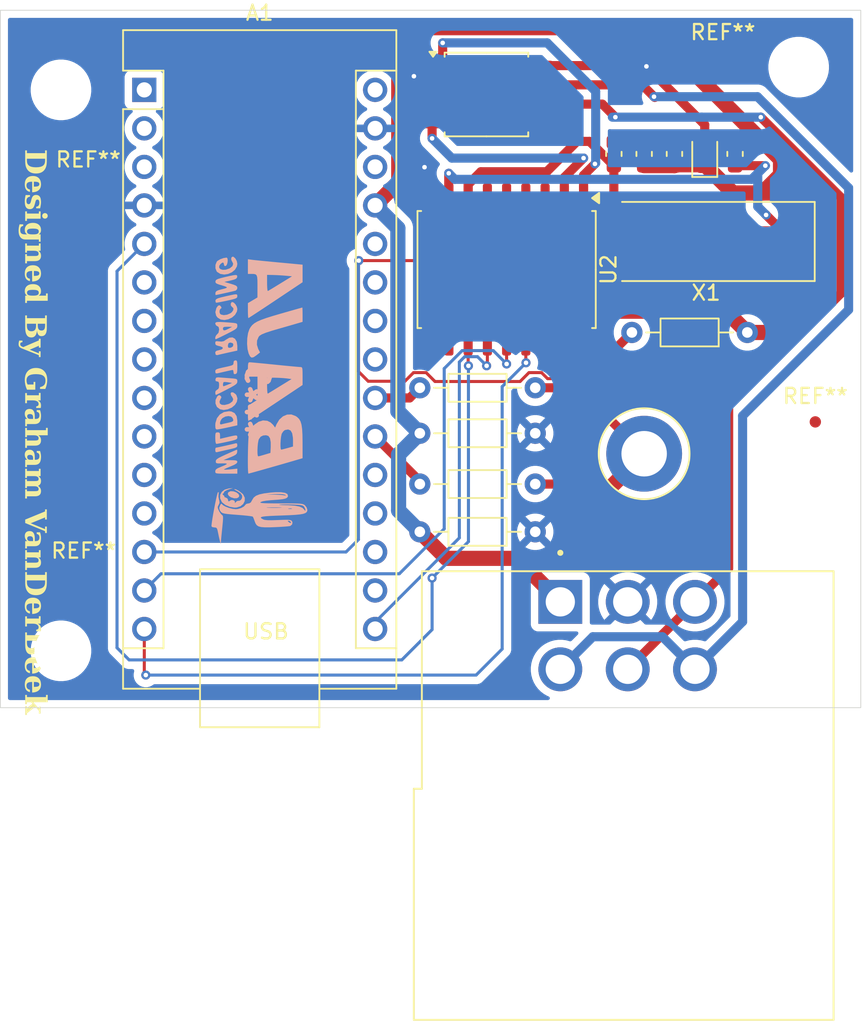
<source format=kicad_pcb>
(kicad_pcb (version 20241229) (generator "pcbnew") (generator_version "9.0")
  (layers (0 "F.Cu" signal) (2 "B.Cu" signal) (13 "F.Paste" user) (15 "B.Paste" user) (5 "F.SilkS" user "F.Silkscreen") (7 "B.SilkS" user "B.Silkscreen") (1 "F.Mask" user) (3 "B.Mask" user) (25 "Edge.Cuts" user))
  (net 0 "")
  (net 2 "SI")
  (net 15 "Net-(A1-A3)")
  (net 20 "+5V")
  (net 21 "SO")
  (net 22 "INT")
  (net 23 "Net-(A1-A2)")
  (net 24 "GND")
  (net 28 "Net-(U2-OSC2)")
  (net 29 "Net-(U2-OSC1)")
  (net 30 "CGND")
  (net 31 "Net-(U2-~{RESET})")
  (net 32 "Net-(U1-RXD)")
  (net 33 "Net-(U1-TXD)")
  (net 36 "CS")
  (net 39 "SCK")
  (net 42 "High")
  (net 43 "Low")
  (footprint "Capacitor_SMD:C_0603_1608Metric" (layer "F.Cu") (at 111 88.225 90)
    (property "Reference" "C4" (hide yes))
    (property "Value" "22pF" (hide yes))
    (pad "1" smd roundrect (at -0.775 0 90) (size 0.9 0.95) (layers "F.Cu" "F.Mask" "F.Paste") (net 29 "Net-(U2-OSC1)"))
    (pad "2" smd roundrect (at 0.775 0 90) (size 0.9 0.95) (layers "F.Cu" "F.Mask" "F.Paste") (net 24 "GND"))
  )
  (footprint "Capacitor_SMD:C_0603_1608Metric" (layer "F.Cu") (at 107 88.225 -90)
    (property "Reference" "C2" (hide yes))
    (property "Value" "100nF")
    (pad "1" smd roundrect (at -0.775 0 270) (size 0.9 0.95) (layers "F.Cu" "F.Mask" "F.Paste") (net 24 "GND"))
    (pad "2" smd roundrect (at 0.775 0 270) (size 0.9 0.95) (layers "F.Cu" "F.Mask" "F.Paste") (net 20 "+5V"))
  )
  (footprint "MountingHole:MountingHole_3.5mm" (layer "F.Cu") (at 114.9 111.3)
    (property "Reference" "REF**" (hide yes))
    (property "Value" "MountingHole_3.5mm" (hide yes))
    (pad "" np_thru_hole circle (at 0 0) (size 3.5 3.5) (drill 3.5) (layers "*.Cu" "*.Mask"))
  )
  (footprint "Package_SO:SOIC-8_5.3x5.3mm_P1.27mm" (layer "F.Cu") (at 94.5875 84.305)
    (property "Reference" "U1" (hide yes))
    (property "Value" "TJA1050DRG")
    (pad "1" smd roundrect (at -3.5875 -1.905) (size 1.625 0.65) (layers "F.Cu" "F.Mask" "F.Paste") (net 33 "Net-(U1-TXD)"))
    (pad "2" smd roundrect (at -3.5875 -0.635) (size 1.625 0.65) (layers "F.Cu" "F.Mask" "F.Paste") (net 24 "GND"))
    (pad "3" smd roundrect (at -3.5875 0.635) (size 1.625 0.65) (layers "F.Cu" "F.Mask" "F.Paste") (net 20 "+5V"))
    (pad "4" smd roundrect (at -3.5875 1.905) (size 1.625 0.65) (layers "F.Cu" "F.Mask" "F.Paste") (net 32 "Net-(U1-RXD)"))
    (pad "5" smd roundrect (at 3.5875 1.905) (size 1.625 0.65) (layers "F.Cu" "F.Mask" "F.Paste"))
    (pad "6" smd roundrect (at 3.5875 0.635) (size 1.625 0.65) (layers "F.Cu" "F.Mask" "F.Paste") (net 43 "Low"))
    (pad "7" smd roundrect (at 3.5875 -0.635) (size 1.625 0.65) (layers "F.Cu" "F.Mask" "F.Paste") (net 42 "High"))
    (pad "8" smd roundrect (at 3.5875 -1.905) (size 1.625 0.65) (layers "F.Cu" "F.Mask" "F.Paste") (net 24 "GND"))
  )
  (footprint "Resistor_THT:R_Axial_DIN0204_L3.6mm_D1.6mm_P7.62mm_Horizontal" (layer "F.Cu") (at 97.81 106.65 180)
    (property "Reference" "R7" (hide yes))
    (property "Value" "R" (hide yes))
    (pad "1" thru_hole circle (at 0 0 180) (size 1.4 1.4) (drill 0.7) (layers "*.Cu" "*.Mask") (net 24 "GND"))
    (pad "2" thru_hole circle (at 7.62 0 180) (size 1.4 1.4) (drill 0.7) (layers "*.Cu" "*.Mask") (net 20 "+5V"))
  )
  (footprint "Crystal:Crystal_SMD_HC49-SD" (layer "F.Cu") (at 109.5 94 180)
    (property "Reference" "X1" (at 0.4125 -3.385 0) (layer "F.SilkS"))
    (property "Value" "8MHz" (hide yes))
    (pad "1" smd roundrect (at -4.25 0 180) (size 4.5 2) (layers "F.Cu" "F.Mask" "F.Paste") (roundrect_rratio 0.125) (net 29 "Net-(U2-OSC1)"))
    (pad "2" smd roundrect (at 4.25 0 180) (size 4.5 2) (layers "F.Cu" "F.Mask" "F.Paste") (roundrect_rratio 0.125) (net 28 "Net-(U2-OSC2)"))
  )
  (footprint "Fiducial:Fiducial_0.75mm_Mask1.5mm" (layer "F.Cu") (at 116.3 105.9)
    (property "Reference" "REF**" (at 0 -1.7 0) (layer "F.SilkS"))
    (property "Value" "Fiducial_0.75mm_Mask1.5mm" (hide yes))
    (pad "" smd circle (at 0 0) (size 0.75 0.75) (layers "F.Cu" "F.Mask") (clearance 0.475))
  )
  (footprint "Capacitor_SMD:C_0603_1608Metric" (layer "F.Cu") (at 105 88.225 -90)
    (property "Reference" "C5" (hide yes))
    (property "Value" "100nF")
    (pad "1" smd roundrect (at -0.775 0 270) (size 0.9 0.95) (layers "F.Cu" "F.Mask" "F.Paste") (net 24 "GND"))
    (pad "2" smd roundrect (at 0.775 0 270) (size 0.9 0.95) (layers "F.Cu" "F.Mask" "F.Paste") (net 20 "+5V"))
  )
  (footprint "Resistor_THT:R_Axial_DIN0204_L3.6mm_D1.6mm_P7.62mm_Horizontal" (layer "F.Cu") (at 97.81 110 180)
    (property "Reference" "R6" (hide yes))
    (property "Value" "R" (hide yes))
    (pad "1" thru_hole circle (at 0 0 180) (size 1.4 1.4) (drill 0.7) (layers "*.Cu" "*.Mask") (net 30 "CGND"))
    (pad "2" thru_hole circle (at 7.62 0 180) (size 1.4 1.4) (drill 0.7) (layers "*.Cu" "*.Mask") (net 23 "Net-(A1-A2)"))
  )
  (footprint "Resistor_THT:R_Axial_DIN0204_L3.6mm_D1.6mm_P7.62mm_Horizontal" (layer "F.Cu") (at 97.81 113.15 180)
    (property "Reference" "R5" (hide yes))
    (property "Value" "R" (hide yes))
    (pad "1" thru_hole circle (at 0 0 180) (size 1.4 1.4) (drill 0.7) (layers "*.Cu" "*.Mask") (net 24 "GND"))
    (pad "2" thru_hole circle (at 7.62 0 180) (size 1.4 1.4) (drill 0.7) (layers "*.Cu" "*.Mask") (net 20 "+5V"))
  )
  (footprint "Package_SO:SOIC-18W_7.5x11.6mm_P1.27mm" (layer "F.Cu") (at 95.92 95.85 -90)
    (property "Reference" "U2" (at 0 -6.73 90) (layer "F.SilkS"))
    (property "Value" "MCP2515-I")
    (pad "1" smd roundrect (at -4.65 -5.08 270) (size 2.05 0.6) (layers "F.Cu" "F.Mask" "F.Paste") (net 33 "Net-(U1-TXD)"))
    (pad "2" smd roundrect (at -4.65 -3.81 270) (size 2.05 0.6) (layers "F.Cu" "F.Mask" "F.Paste") (net 32 "Net-(U1-RXD)"))
    (pad "3" smd roundrect (at -4.65 -2.54 270) (size 2.05 0.6) (layers "F.Cu" "F.Mask" "F.Paste"))
    (pad "4" smd roundrect (at -4.65 -1.27 270) (size 2.05 0.6) (layers "F.Cu" "F.Mask" "F.Paste"))
    (pad "5" smd roundrect (at -4.65 0 270) (size 2.05 0.6) (layers "F.Cu" "F.Mask" "F.Paste"))
    (pad "6" smd roundrect (at -4.65 1.27 270) (size 2.05 0.6) (layers "F.Cu" "F.Mask" "F.Paste"))
    (pad "7" smd roundrect (at -4.65 2.54 270) (size 2.05 0.6) (layers "F.Cu" "F.Mask" "F.Paste") (net 28 "Net-(U2-OSC2)"))
    (pad "8" smd roundrect (at -4.65 3.81 270) (size 2.05 0.6) (layers "F.Cu" "F.Mask" "F.Paste") (net 29 "Net-(U2-OSC1)"))
    (pad "9" smd roundrect (at -4.65 5.08 270) (size 2.05 0.6) (layers "F.Cu" "F.Mask" "F.Paste") (net 24 "GND"))
    (pad "10" smd roundrect (at 4.65 5.08 270) (size 2.05 0.6) (layers "F.Cu" "F.Mask" "F.Paste"))
    (pad "11" smd roundrect (at 4.65 3.81 270) (size 2.05 0.6) (layers "F.Cu" "F.Mask" "F.Paste"))
    (pad "12" smd roundrect (at 4.65 2.54 270) (size 2.05 0.6) (layers "F.Cu" "F.Mask" "F.Paste") (net 22 "INT"))
    (pad "13" smd roundrect (at 4.65 1.27 270) (size 2.05 0.6) (layers "F.Cu" "F.Mask" "F.Paste") (net 39 "SCK"))
    (pad "14" smd roundrect (at 4.65 0 270) (size 2.05 0.6) (layers "F.Cu" "F.Mask" "F.Paste") (net 2 "SI"))
    (pad "15" smd roundrect (at 4.65 -1.27 270) (size 2.05 0.6) (layers "F.Cu" "F.Mask" "F.Paste") (net 21 "SO"))
    (pad "16" smd roundrect (at 4.65 -2.54 270) (size 2.05 0.6) (layers "F.Cu" "F.Mask" "F.Paste") (net 36 "CS"))
    (pad "17" smd roundrect (at 4.65 -3.81 270) (size 2.05 0.6) (layers "F.Cu" "F.Mask" "F.Paste") (net 31 "Net-(U2-~{RESET})"))
    (pad "18" smd roundrect (at 4.65 -5.08 270) (size 2.05 0.6) (layers "F.Cu" "F.Mask" "F.Paste") (net 20 "+5V"))
  )
  (footprint "Connector:Banana_Jack_1Pin" (layer "F.Cu") (at 105 108)
    (property "Reference" "H1" (hide yes))
    (property "Value" "MountingHole_Pad" (hide yes))
    (pad "1" thru_hole circle (at 0 0) (size 5 5) (drill 3) (layers "*.Cu" "*.Mask") (net 30 "CGND"))
  )
  (footprint "Module:Arduino_Nano" (layer "F.Cu") (at 72 84)
    (property "Reference" "A1" (at 7.62 -5.08 0) (layer "F.SilkS"))
    (property "Value" "Arduino_Nano_Every")
    (fp_text user "USB" (at 8.0325 35.725 0) (layer "F.SilkS"))
    (pad "1" thru_hole rect (at 0 0) (size 1.6 1.6) (drill 1) (layers "*.Cu" "*.Mask"))
    (pad "2" thru_hole oval (at 0 2.54) (size 1.6 1.6) (drill 1) (layers "*.Cu" "*.Mask"))
    (pad "3" thru_hole oval (at 0 5.08) (size 1.6 1.6) (drill 1) (layers "*.Cu" "*.Mask"))
    (pad "4" thru_hole oval (at 0 7.62) (size 1.6 1.6) (drill 1) (layers "*.Cu" "*.Mask") (net 24 "GND"))
    (pad "5" thru_hole oval (at 0 10.16) (size 1.6 1.6) (drill 1) (layers "*.Cu" "*.Mask") (net 22 "INT"))
    (pad "6" thru_hole oval (at 0 12.7) (size 1.6 1.6) (drill 1) (layers "*.Cu" "*.Mask"))
    (pad "7" thru_hole oval (at 0 15.24) (size 1.6 1.6) (drill 1) (layers "*.Cu" "*.Mask"))
    (pad "8" thru_hole oval (at 0 17.78) (size 1.6 1.6) (drill 1) (layers "*.Cu" "*.Mask"))
    (pad "9" thru_hole oval (at 0 20.32) (size 1.6 1.6) (drill 1) (layers "*.Cu" "*.Mask"))
    (pad "10" thru_hole oval (at 0 22.86) (size 1.6 1.6) (drill 1) (layers "*.Cu" "*.Mask"))
    (pad "11" thru_hole oval (at 0 25.4) (size 1.6 1.6) (drill 1) (layers "*.Cu" "*.Mask"))
    (pad "12" thru_hole oval (at 0 27.94) (size 1.6 1.6) (drill 1) (layers "*.Cu" "*.Mask"))
    (pad "13" thru_hole oval (at 0 30.48) (size 1.6 1.6) (drill 1) (layers "*.Cu" "*.Mask") (net 36 "CS"))
    (pad "14" thru_hole oval (at 0 33.02) (size 1.6 1.6) (drill 1) (layers "*.Cu" "*.Mask") (net 2 "SI"))
    (pad "15" thru_hole oval (at 0 35.56) (size 1.6 1.6) (drill 1) (layers "*.Cu" "*.Mask") (net 21 "SO"))
    (pad "16" thru_hole oval (at 15.24 35.56) (size 1.6 1.6) (drill 1) (layers "*.Cu" "*.Mask") (net 39 "SCK"))
    (pad "17" thru_hole oval (at 15.24 33.02) (size 1.6 1.6) (drill 1) (layers "*.Cu" "*.Mask"))
    (pad "18" thru_hole oval (at 15.24 30.48) (size 1.6 1.6) (drill 1) (layers "*.Cu" "*.Mask"))
    (pad "19" thru_hole oval (at 15.24 27.94) (size 1.6 1.6) (drill 1) (layers "*.Cu" "*.Mask"))
    (pad "20" thru_hole oval (at 15.24 25.4) (size 1.6 1.6) (drill 1) (layers "*.Cu" "*.Mask"))
    (pad "21" thru_hole oval (at 15.24 22.86) (size 1.6 1.6) (drill 1) (layers "*.Cu" "*.Mask") (net 23 "Net-(A1-A2)"))
    (pad "22" thru_hole oval (at 15.24 20.32) (size 1.6 1.6) (drill 1) (layers "*.Cu" "*.Mask") (net 15 "Net-(A1-A3)"))
    (pad "23" thru_hole oval (at 15.24 17.78) (size 1.6 1.6) (drill 1) (layers "*.Cu" "*.Mask"))
    (pad "24" thru_hole oval (at 15.24 15.24) (size 1.6 1.6) (drill 1) (layers "*.Cu" "*.Mask"))
    (pad "25" thru_hole oval (at 15.24 12.7) (size 1.6 1.6) (drill 1) (layers "*.Cu" "*.Mask"))
    (pad "26" thru_hole oval (at 15.24 10.16) (size 1.6 1.6) (drill 1) (layers "*.Cu" "*.Mask"))
    (pad "27" thru_hole oval (at 15.24 7.62) (size 1.6 1.6) (drill 1) (layers "*.Cu" "*.Mask") (net 20 "+5V"))
    (pad "28" thru_hole oval (at 15.24 5.08) (size 1.6 1.6) (drill 1) (layers "*.Cu" "*.Mask"))
    (pad "29" thru_hole oval (at 15.24 2.54) (size 1.6 1.6) (drill 1) (layers "*.Cu" "*.Mask") (net 24 "GND"))
    (pad "30" thru_hole oval (at 15.24 0) (size 1.6 1.6) (drill 1) (layers "*.Cu" "*.Mask"))
  )
  (footprint "MountingHole:MountingHole_3.5mm" (layer "F.Cu") (at 66.5 121)
    (property "Reference" "REF**" (hide yes))
    (property "Value" "MountingHole_3.5mm" (hide yes))
    (pad "" np_thru_hole circle (at 0 0) (size 3.5 3.5) (drill 3.5) (layers "*.Cu" "*.Mask"))
  )
  (footprint "Fiducial:Fiducial_0.75mm_Mask1.5mm" (layer "F.Cu") (at 110.2 81.9)
    (property "Reference" "REF**" (at 0 -1.7 0) (layer "F.SilkS"))
    (property "Value" "Fiducial_0.75mm_Mask1.5mm" (hide yes))
    (pad "" smd circle (at 0 0) (size 0.75 0.75) (layers "F.Cu" "F.Mask") (clearance 0.475))
  )
  (footprint "Capacitor_SMD:C_0603_1608Metric" (layer "F.Cu") (at 103 88.225 90)
    (property "Reference" "C3" (hide yes))
    (property "Value" "22pF" (hide yes))
    (pad "1" smd roundrect (at -0.775 0 90) (size 0.9 0.95) (layers "F.Cu" "F.Mask" "F.Paste") (net 28 "Net-(U2-OSC2)"))
    (pad "2" smd roundrect (at 0.775 0 90) (size 0.9 0.95) (layers "F.Cu" "F.Mask" "F.Paste") (net 24 "GND"))
  )
  (footprint "Resistor_THT:R_Axial_DIN0204_L3.6mm_D1.6mm_P7.62mm_Horizontal" (layer "F.Cu") (at 97.81 103.65 180)
    (property "Reference" "R8" (hide yes))
    (property "Value" "R" (hide yes))
    (pad "1" thru_hole circle (at 0 0 180) (size 1.4 1.4) (drill 0.7) (layers "*.Cu" "*.Mask") (net 30 "CGND"))
    (pad "2" thru_hole circle (at 7.62 0 180) (size 1.4 1.4) (drill 0.7) (layers "*.Cu" "*.Mask") (net 15 "Net-(A1-A3)"))
  )
  (footprint "Fiducial:Fiducial_0.75mm_Mask1.5mm" (layer "F.Cu") (at 68.3 90.3)
    (property "Reference" "REF**" (at 0 -1.7 0) (layer "F.SilkS"))
    (property "Value" "Fiducial_0.75mm_Mask1.5mm" (hide yes))
    (pad "" smd circle (at 0 0) (size 0.75 0.75) (layers "F.Cu" "F.Mask") (clearance 0.475))
  )
  (footprint "MountingHole:MountingHole_3.5mm" (layer "F.Cu") (at 115.2 82.5)
    (property "Reference" "REF**" (hide yes))
    (property "Value" "MountingHole_3.5mm" (hide yes))
    (pad "" np_thru_hole circle (at 0 0) (size 3.5 3.5) (drill 3.5) (layers "*.Cu" "*.Mask"))
  )
  (footprint "Fiducial:Fiducial_0.75mm_Mask1.5mm" (layer "F.Cu") (at 68 116.1)
    (property "Reference" "REF**" (at 0 -1.7 0) (layer "F.SilkS"))
    (property "Value" "Fiducial_0.75mm_Mask1.5mm" (hide yes))
    (pad "" smd circle (at 0 0) (size 0.75 0.75) (layers "F.Cu" "F.Mask") (clearance 0.475))
  )
  (footprint "DTF13-6P:TE_DTF13-6P" (layer "F.Cu") (at 103.915 120)
    (property "Reference" "J1" (hide yes))
    (property "Value" "DTF13-6P")
    (pad "" np_thru_hole circle (at -10.415 0) (size 3.55 3.55) (drill 3.55) (layers "*.Cu" "*.Mask"))
    (pad "" np_thru_hole circle (at 10.415 0) (size 3.55 3.55) (drill 3.55) (layers "*.Cu" "*.Mask"))
    (pad "1" thru_hole rect (at -4.45 -2.23) (size 2.895 2.895) (drill 1.93) (layers "*.Cu" "*.Mask") (net 20 "+5V"))
    (pad "2" thru_hole circle (at 0 -2.23) (size 2.895 2.895) (drill 1.93) (layers "*.Cu" "*.Mask") (net 24 "GND"))
    (pad "3" thru_hole circle (at 4.44 -2.23) (size 2.895 2.895) (drill 1.93) (layers "*.Cu" "*.Mask") (net 43 "Low"))
    (pad "4" thru_hole circle (at 4.44 2.22) (size 2.895 2.895) (drill 1.93) (layers "*.Cu" "*.Mask") (net 42 "High"))
    (pad "5" thru_hole circle (at 0 2.22) (size 2.895 2.895) (drill 1.93) (layers "*.Cu" "*.Mask") (net 43 "Low"))
    (pad "6" thru_hole circle (at -4.45 2.22) (size 2.895 2.895) (drill 1.93) (layers "*.Cu" "*.Mask") (net 42 "High"))
  )
  (footprint "Capacitor_Tantalum_SMD:CP_EIA-1608-08_AVX-J" (layer "F.Cu") (at 109 88.225 90)
    (property "Reference" "C1" (hide yes))
    (property "Value" "10uF/16V")
    (pad "1" smd roundrect (at -0.715 0 90) (size 1.09 1.13) (layers "F.Cu" "F.Mask" "F.Paste") (roundrect_rratio 0.229358) (net 20 "+5V"))
    (pad "2" smd roundrect (at 0.715 0 90) (size 1.09 1.13) (layers "F.Cu" "F.Mask" "F.Paste") (roundrect_rratio 0.229358) (net 24 "GND"))
  )
  (footprint "MountingHole:MountingHole_3.5mm" (layer "F.Cu") (at 66.5 84)
    (property "Reference" "REF**" (hide yes))
    (property "Value" "MountingHole_3.5mm" (hide yes))
    (pad "" np_thru_hole circle (at 0 0) (size 3.5 3.5) (drill 3.5) (layers "*.Cu" "*.Mask"))
  )
  (footprint "Resistor_THT:R_Axial_DIN0204_L3.6mm_D1.6mm_P7.62mm_Horizontal" (layer "F.Cu") (at 111.81 100 180)
    (property "Reference" "R3" (hide yes))
    (property "Value" "10k")
    (pad "1" thru_hole circle (at 0 0 180) (size 1.4 1.4) (drill 0.7) (layers "*.Cu" "*.Mask") (net 20 "+5V"))
    (pad "2" thru_hole circle (at 7.62 0 180) (size 1.4 1.4) (drill 0.7) (layers "*.Cu" "*.Mask") (net 31 "Net-(U2-~{RESET})"))
  )
  (footprint "Downloads:Baja Logo" (layer "B.Cu") (at 79.6 104.5 90)
    (property "Reference" "G***" (at 0 0 90) (layer "B.SilkS") (effects (font (size 1.5 1.5) (thickness 0.3)) (justify mirror)))
    (property "Value" "LOGO" (hide yes))
  )
  (gr_rect (start 62.5 78.75) (end 119.3 124.75) (stroke (width 0.05)) (fill no) (layer "Edge.Cuts"))
  (gr_text "Designed By Graham VanDerBeek" (at 63.9 87.9 270) (layer "F.SilkS") (effects (font (size 1.4 1.4) (thickness 0.3) (bold yes)) (justify left bottom)))
  (segment (start 95.92 100.5) (end 95.92 102.08) (width 0.2) (layer "F.Cu") (net 2))
  (segment (start 95.92 102.08) (end 95.9 102.1) (width 0.2) (layer "F.Cu") (net 2))
  (via (at 95.92 102.08) (size 0.6) (drill 0.3) (layers "F.Cu" "B.Cu") (net 2))
  (segment (start 73.101 115.919) (end 72 117.02) (width 0.2) (layer "B.Cu") (net 2))
  (segment (start 91.8 102.382957) (end 91.8 112.955628) (width 0.2) (layer "B.Cu") (net 2))
  (segment (start 95.038 101.198) (end 92.984957 101.198) (width 0.2) (layer "B.Cu") (net 2))
  (segment (start 91.8 112.955628) (end 88.836628 115.919) (width 0.2) (layer "B.Cu") (net 2))
  (segment (start 88.836628 115.919) (end 73.101 115.919) (width 0.2) (layer "B.Cu") (net 2))
  (segment (start 95.92 102.08) (end 95.038 101.198) (width 0.2) (layer "B.Cu") (net 2))
  (segment (start 92.984957 101.198) (end 91.8 102.382957) (width 0.2) (layer "B.Cu") (net 2))
  (segment (start 89.52 104.32) (end 90.19 103.65) (width 0.6) (layer "F.Cu") (net 15))
  (segment (start 87.24 104.32) (end 89.52 104.32) (width 0.6) (layer "F.Cu") (net 15))
  (segment (start 99.465 117.765) (end 99.465 117.77) (width 1) (layer "F.Cu") (net 20))
  (segment (start 110.86 90.8) (end 109 88.94) (width 1) (layer "F.Cu") (net 20))
  (segment (start 91.94 114.9) (end 96.6 114.9) (width 1) (layer "F.Cu") (net 20))
  (segment (start 88.8 86.327501) (end 89.213751 85.913751) (width 1) (layer "F.Cu") (net 20))
  (segment (start 111.81 100) (end 114 100) (width 1) (layer "F.Cu") (net 20))
  (segment (start 114.001 89.599) (end 112.8 90.8) (width 1) (layer "F.Cu") (net 20))
  (segment (start 112.8 90.8) (end 110.86 90.8) (width 1) (layer "F.Cu") (net 20))
  (segment (start 90.19 113.15) (end 91.94 114.9) (width 1) (layer "F.Cu") (net 20))
  (segment (start 87.24 91.62) (end 88.8 90.06) (width 1) (layer "F.Cu") (net 20))
  (segment (start 89.213751 85.913751) (end 90.187501 84.94) (width 1) (layer "F.Cu") (net 20))
  (segment (start 111.81 100) (end 110.409 98.599) (width 1) (layer "F.Cu") (net 20))
  (segment (start 96.6 114.9) (end 99.465 117.765) (width 1) (layer "F.Cu") (net 20))
  (segment (start 88.8 86.327501) (end 88.8 81) (width 1) (layer "F.Cu") (net 20))
  (segment (start 105.314628 79.899) (end 114.001 88.585372) (width 1) (layer "F.Cu") (net 20))
  (segment (start 90.187501 84.94) (end 91 84.94) (width 1) (layer "F.Cu") (net 20))
  (segment (start 114.799 90.8) (end 112.8 90.8) (width 1) (layer "F.Cu") (net 20))
  (segment (start 105 89) (end 107 89) (width 1) (layer "F.Cu") (net 20))
  (segment (start 88.8 81) (end 89.901 79.899) (width 1) (layer "F.Cu") (net 20))
  (segment (start 88.8 90.06) (end 88.8 86.327501) (width 1) (layer "F.Cu") (net 20))
  (segment (start 116.999 93) (end 114.799 90.8) (width 1) (layer "F.Cu") (net 20))
  (segment (start 114 100) (end 116.999 97.001) (width 1) (layer "F.Cu") (net 20))
  (segment (start 107.06 88.94) (end 107 89) (width 1) (layer "F.Cu") (net 20))
  (segment (start 89.901 79.899) (end 105.314628 79.899) (width 1) (layer "F.Cu") (net 20))
  (segment (start 114.001 88.585372) (end 114.001 89.599) (width 1) (layer "F.Cu") (net 20))
  (segment (start 102.901 98.599) (end 101 100.5) (width 1) (layer "F.Cu") (net 20))
  (segment (start 110.409 98.599) (end 102.901 98.599) (width 1) (layer "F.Cu") (net 20))
  (segment (start 109 88.94) (end 107.06 88.94) (width 1) (layer "F.Cu") (net 20))
  (segment (start 116.999 97.001) (end 116.999 93) (width 1) (layer "F.Cu") (net 20))
  (segment (start 90.19 106.65) (end 88.741 105.201) (width 1) (layer "B.Cu") (net 20))
  (segment (start 90.19 113.15) (end 88.789 111.749) (width 1) (layer "B.Cu") (net 20))
  (segment (start 88.741 93.121) (end 87.24 91.62) (width 1) (layer "B.Cu") (net 20))
  (segment (start 88.741 105.201) (end 88.741 93.121) (width 1) (layer "B.Cu") (net 20))
  (segment (start 88.789 108.051) (end 90.19 106.65) (width 1) (layer "B.Cu") (net 20))
  (segment (start 88.789 111.749) (end 88.789 108.051) (width 1) (layer "B.Cu") (net 20))
  (segment (start 97.19 101.99) (end 97.2 102) (width 0.2) (layer "F.Cu") (net 21))
  (segment (start 72 122.5) (end 72 119.56) (width 0.2) (layer "F.Cu") (net 21))
  (segment (start 97.19 100.5) (end 97.19 101.99) (width 0.2) (layer "F.Cu") (net 21))
  (segment (start 72.1 122.6) (end 72 122.5) (width 0.2) (layer "F.Cu") (net 21))
  (via (at 97.2 102) (size 0.6) (drill 0.3) (layers "F.Cu" "B.Cu") (net 21))
  (via (at 72.1 122.6) (size 0.6) (drill 0.3) (layers "F.Cu" "B.Cu") (net 21))
  (segment (start 95.626 120.880618) (end 93.906618 122.6) (width 0.2) (layer "B.Cu") (net 21))
  (segment (start 97.2 102) (end 95.626 103.574) (width 0.2) (layer "B.Cu") (net 21))
  (segment (start 95.626 103.574) (end 95.626 120.880618) (width 0.2) (layer "B.Cu") (net 21))
  (segment (start 93.906618 122.6) (end 72.1 122.6) (width 0.2) (layer "B.Cu") (net 21))
  (segment (start 93.38 100.5) (end 93.38 102.18) (width 0.2) (layer "F.Cu") (net 22))
  (segment (start 93.38 102.18) (end 93.4 102.2) (width 0.2) (layer "F.Cu") (net 22))
  (segment (start 91.1785 116.0215) (end 91 116.2) (width 0.2) (layer "F.Cu") (net 22))
  (segment (start 93.38 100.5) (end 93.38 100.896968) (width 0.2) (layer "F.Cu") (net 22))
  (via (at 91 116.2) (size 0.6) (drill 0.3) (layers "F.Cu" "B.Cu") (net 22))
  (via (at 93.4 102.2) (size 0.6) (drill 0.3) (layers "F.Cu" "B.Cu") (net 22))
  (segment (start 70.2 120.8) (end 71 121.6) (width 0.2) (layer "B.Cu") (net 22))
  (segment (start 72 94.16) (end 70.2 95.96) (width 0.2) (layer "B.Cu") (net 22))
  (segment (start 71 121.6) (end 89 121.6) (width 0.2) (layer "B.Cu") (net 22))
  (segment (start 89 121.6) (end 91 119.6) (width 0.2) (layer "B.Cu") (net 22))
  (segment (start 91 119.6) (end 91 117.3) (width 0.2) (layer "B.Cu") (net 22))
  (segment (start 93.4 102.2) (end 93.4 113.8) (width 0.2) (layer "B.Cu") (net 22))
  (segment (start 91 117.3) (end 91 116.2) (width 0.2) (layer "B.Cu") (net 22))
  (segment (start 93.4 113.8) (end 91 116.2) (width 0.2) (layer "B.Cu") (net 22))
  (segment (start 70.2 95.96) (end 70.2 120.8) (width 0.2) (layer "B.Cu") (net 22))
  (segment (start 90.19 110) (end 90.19 109.81) (width 1) (layer "F.Cu") (net 23))
  (segment (start 90.19 109.81) (end 87.24 106.86) (width 0.6) (layer "F.Cu") (net 23))
  (segment (start 111 87.45) (end 109.06 87.45) (width 0.6) (layer "F.Cu") (net 24))
  (segment (start 105.15 82.45) (end 109 86.3) (width 0.6) (layer "F.Cu") (net 24))
  (segment (start 98.175 82.4) (end 105.1 82.4) (width 0.6) (layer "F.Cu") (net 24))
  (segment (start 109 86.3) (end 109 87.51) (width 0.6) (layer "F.Cu") (net 24))
  (segment (start 107 87.45) (end 105 87.45) (width 0.6) (layer "F.Cu") (net 24))
  (segment (start 109 87.51) (end 107.06 87.51) (width 0.6) (layer "F.Cu") (net 24))
  (segment (start 105.1 82.4) (end 105.15 82.45) (width 0.6) (layer "F.Cu") (net 24))
  (segment (start 109.06 87.45) (end 109 87.51) (width 0.6) (layer "F.Cu") (net 24))
  (segment (start 105 87.45) (end 103 87.45) (width 0.6) (layer "F.Cu") (net 24))
  (segment (start 90.84 89.44) (end 90.5 89.1) (width 0.2) (layer "F.Cu") (net 24))
  (segment (start 90.84 91.2) (end 90.84 89.44) (width 0.2) (layer "F.Cu") (net 24))
  (segment (start 107.06 87.51) (end 107 87.45) (width 0.6) (layer "F.Cu") (net 24))
  (segment (start 90.37 83.67) (end 89.8 83.1) (width 0.2) (layer "F.Cu") (net 24))
  (segment (start 89.8 83.1) (end 89.6 82.9) (width 0.2) (layer "F.Cu") (net 24))
  (via (at 89.8 83.1) (size 0.6) (drill 0.3) (layers "F.Cu" "B.Cu") (net 24))
  (via (at 105.15 82.45) (size 0.6) (drill 0.3) (layers "F.Cu" "B.Cu") (net 24))
  (via (at 90.5 89.1) (size 0.6) (drill 0.3) (layers "F.Cu" "B.Cu") (net 24))
  (segment (start 103 91.75) (end 105.25 94) (width 0.6) (layer "F.Cu") (net 28))
  (segment (start 101.399 87.399) (end 103 89) (width 0.6) (layer "F.Cu") (net 28))
  (segment (start 100.568215 87.399) (end 101.399 87.399) (width 0.6) (layer "F.Cu") (net 28))
  (segment (start 93.38 91.2) (end 93.38 90.237348) (width 0.6) (layer "F.Cu") (net 28))
  (segment (start 94.217348 89.4) (end 98.567214 89.4) (width 0.6) (layer "F.Cu") (net 28))
  (segment (start 98.567214 89.4) (end 100.568215 87.399) (width 0.6) (layer "F.Cu") (net 28))
  (segment (start 103 89) (end 103 91.75) (width 0.6) (layer "F.Cu") (net 28))
  (segment (start 93.38 90.237348) (end 94.217348 89.4) (width 0.6) (layer "F.Cu") (net 28))
  (segment (start 113.05 92.25) (end 113 92.2) (width 0.6) (layer "F.Cu") (net 29))
  (segment (start 92.1 91.19) (end 92.1 89.5) (width 0.6) (layer "F.Cu") (net 29))
  (segment (start 113.75 92.95) (end 113.05 92.25) (width 0.6) (layer "F.Cu") (net 29))
  (segment (start 113 89) (end 111 89) (width 0.6) (layer "F.Cu") (net 29))
  (segment (start 92.11 91.2) (end 92.1 91.19) (width 1) (layer "F.Cu") (net 29))
  (segment (start 113.75 94) (end 113.75 92.95) (width 0.6) (layer "F.Cu") (net 29))
  (via (at 113.05 92.25) (size 0.6) (drill 0.3) (layers "F.Cu" "B.Cu") (net 29))
  (via (at 92.1 89.5) (size 0.6) (drill 0.3) (layers "F.Cu" "B.Cu") (net 29))
  (via (at 113 89) (size 0.6) (drill 0.3) (layers "F.Cu" "B.Cu") (net 29))
  (segment (start 92.1 89.5) (end 92.5 89.9) (width 0.6) (layer "B.Cu") (net 29))
  (segment (start 112.5 89.5) (end 113 89) (width 0.6) (layer "B.Cu") (net 29))
  (segment (start 112.1 89.9) (end 112.5 89.5) (width 0.6) (layer "B.Cu") (net 29))
  (segment (start 112.5 91.7) (end 113.05 92.25) (width 0.6) (layer "B.Cu") (net 29))
  (segment (start 92.5 89.9) (end 112.1 89.9) (width 0.6) (layer "B.Cu") (net 29))
  (segment (start 112.5 89.5) (end 112.5 91.7) (width 0.6) (layer "B.Cu") (net 29))
  (segment (start 103 110) (end 105 108) (width 1) (layer "F.Cu") (net 30))
  (segment (start 97.81 110) (end 103 110) (width 0.6) (layer "F.Cu") (net 30))
  (segment (start 100.65 103.65) (end 105 108) (width 0.6) (layer "F.Cu") (net 30))
  (segment (start 97.81 103.65) (end 100.65 103.65) (width 0.6) (layer "F.Cu") (net 30))
  (segment (start 100.493348 102.226) (end 99.73 101.462652) (width 0.6) (layer "F.Cu") (net 31))
  (segment (start 99.73 101.462652) (end 99.73 100.5) (width 0.6) (layer "F.Cu") (net 31))
  (segment (start 101.964 102.226) (end 100.493348 102.226) (width 0.6) (layer "F.Cu") (net 31))
  (segment (start 104.19 100) (end 101.964 102.226) (width 0.6) (layer "F.Cu") (net 31))
  (segment (start 99.73 89.77) (end 99.73 91.2) (width 0.6) (layer "F.Cu") (net 32))
  (segment (start 101 88.5) (end 99.73 89.77) (width 0.6) (layer "F.Cu") (net 32))
  (segment (start 91 86.21) (end 91 87.2) (width 0.6) (layer "F.Cu") (net 32))
  (via (at 101 88.5) (size 0.6) (drill 0.3) (layers "F.Cu" "B.Cu") (net 32))
  (via (at 91 87.2) (size 0.6) (drill 0.3) (layers "F.Cu" "B.Cu") (net 32))
  (segment (start 92.3 88.5) (end 101 88.5) (width 0.6) (layer "B.Cu") (net 32))
  (segment (start 91 87.2) (end 92.3 88.5) (width 0.6) (layer "B.Cu") (net 32))
  (segment (start 91.7 80.9) (end 91.7 81.7) (width 0.6) (layer "F.Cu") (net 33))
  (segment (start 91.7 81.7) (end 91 82.4) (width 0.6) (layer "F.Cu") (net 33))
  (segment (start 101 91.2) (end 101 89.632786) (width 0.6) (layer "F.Cu") (net 33))
  (segment (start 101 89.632786) (end 101.75 88.882786) (width 0.6) (layer "F.Cu") (net 33))
  (via (at 101.75 88.882786) (size 0.6) (drill 0.3) (layers "F.Cu" "B.Cu") (net 33))
  (via (at 91.7 80.9) (size 0.6) (drill 0.3) (layers "F.Cu" "B.Cu") (net 33))
  (segment (start 98.6 80.9) (end 91.7 80.9) (width 0.6) (layer "B.Cu") (net 33))
  (segment (start 101.801 88.831785) (end 101.801 84.101) (width 0.6) (layer "B.Cu") (net 33))
  (segment (start 101.1 83.4) (end 98.6 80.9) (width 0.6) (layer "B.Cu") (net 33))
  (segment (start 101.801 84.101) (end 101.1 83.4) (width 0.6) (layer "B.Cu") (net 33))
  (segment (start 101.75 88.882786) (end 101.801 88.831785) (width 0.6) (layer "B.Cu") (net 33))
  (segment (start 91.191 103.235372) (end 96.809 103.235372) (width 0.2) (layer "F.Cu") (net 36))
  (segment (start 89.205372 103.219) (end 89.775372 102.649) (width 0.2) (layer "F.Cu") (net 36))
  (segment (start 86.78395 103.219) (end 89.205372 103.219) (width 0.2) (layer "F.Cu") (net 36))
  (segment (start 86.139 95.283) (end 86.139 102.57405) (width 0.2) (layer "F.Cu") (net 36))
  (segment (start 90.604628 102.649) (end 91.191 103.235372) (width 0.2) (layer "F.Cu") (net 36))
  (segment (start 97.395372 102.649) (end 98.224628 102.649) (width 0.2) (layer "F.Cu") (net 36))
  (segment (start 98.46 100.103032) (end 93.617968 95.261) (width 0.2) (layer "F.Cu") (net 36))
  (segment (start 93.617968 95.261) (end 86.161 95.261) (width 0.2) (layer "F.Cu") (net 36))
  (segment (start 98.224628 102.649) (end 98.624628 103.049) (width 0.2) (layer "F.Cu") (net 36))
  (segment (start 86.139 102.57405) (end 86.78395 103.219) (width 0.2) (layer "F.Cu") (net 36))
  (segment (start 89.775372 102.649) (end 90.604628 102.649) (width 0.2) (layer "F.Cu") (net 36))
  (segment (start 98.624628 103.049) (end 105.951 103.049) (width 0.2) (layer "F.Cu") (net 36))
  (segment (start 98.46 100.5) (end 98.46 100.103032) (width 0.2) (layer "F.Cu") (net 36))
  (segment (start 105.951 103.049) (end 106.4 102.6) (width 0.2) (layer "F.Cu") (net 36))
  (segment (start 86.161 95.261) (end 86.139 95.283) (width 0.2) (layer "F.Cu") (net 36))
  (segment (start 96.809 103.235372) (end 97.395372 102.649) (width 0.2) (layer "F.Cu") (net 36))
  (via (at 86.161 95.261) (size 0.6) (drill 0.3) (layers "F.Cu" "B.Cu") (net 36))
  (segment (start 86.161 95.261) (end 86.139 95.283) (width 0.2) (layer "B.Cu") (net 36))
  (segment (start 85.32 114.48) (end 72 114.48) (width 0.2) (layer "B.Cu") (net 36))
  (segment (start 86.139 113.661) (end 85.32 114.48) (width 0.2) (layer "B.Cu") (net 36))
  (segment (start 86.139 95.283) (end 86.139 113.661) (width 0.2) (layer "B.Cu") (net 36))
  (segment (start 94.65 100.5) (end 94.65 102.15) (width 0.2) (layer "F.Cu") (net 39))
  (segment (start 94.65 102.15) (end 94.6 102.2) (width 0.2) (layer "F.Cu") (net 39))
  (via (at 94.6 102.2) (size 0.6) (drill 0.3) (layers "F.Cu" "B.Cu") (net 39))
  (segment (start 94.6 102.2) (end 93.999 101.599) (width 0.2) (layer "B.Cu") (net 39))
  (segment (start 93.999 101.599) (end 93.151057 101.599) (width 0.2) (layer "B.Cu") (net 39))
  (segment (start 92.799 113.551057) (end 87.24 119.110057) (width 0.2) (layer "B.Cu") (net 39))
  (segment (start 93.151057 101.599) (end 92.799 101.951057) (width 0.2) (layer "B.Cu") (net 39))
  (segment (start 87.24 119.110057) (end 87.24 119.56) (width 0.2) (layer "B.Cu") (net 39))
  (segment (start 92.799 101.951057) (end 92.799 113.551057) (width 0.2) (layer "B.Cu") (net 39))
  (segment (start 104.87 83.67) (end 105.65 84.45) (width 0.6) (layer "F.Cu") (net 42))
  (segment (start 98.175 83.67) (end 104.87 83.67) (width 0.6) (layer "F.Cu") (net 42))
  (segment (start 105.65 84.45) (end 105.7 84.5) (width 0.6) (layer "F.Cu") (net 42))
  (via (at 105.65 84.45) (size 0.6) (drill 0.3) (layers "F.Cu" "B.Cu") (net 42))
  (segment (start 118.499 98.5) (end 111.5 105.499) (width 0.6) (layer "B.Cu") (net 42))
  (segment (start 105.65 84.45) (end 112.482785 84.45) (width 0.6) (layer "B.Cu") (net 42))
  (segment (start 111.5 119.075) (end 108.355 122.22) (width 0.6) (layer "B.Cu") (net 42))
  (segment (start 106.2065 120.0715) (end 108.355 122.22) (width 0.6) (layer "B.Cu") (net 42))
  (segment (start 112.482785 84.45) (end 118.499 90.466215) (width 0.6) (layer "B.Cu") (net 42))
  (segment (start 99.465 122.22) (end 101.6135 120.0715) (width 0.6) (layer "B.Cu") (net 42))
  (segment (start 118.499 90.466215) (end 118.499 98.5) (width 0.6) (layer "B.Cu") (net 42))
  (segment (start 111.5 105.499) (end 111.5 119.075) (width 0.6) (layer "B.Cu") (net 42))
  (segment (start 101.6135 120.0715) (end 106.2065 120.0715) (width 0.6) (layer "B.Cu") (net 42))
  (segment (start 110.581 115.544) (end 110.581 104.834628) (width 0.6) (layer "F.Cu") (net 43))
  (segment (start 110.581 104.834628) (end 118 97.415628) (width 0.6) (layer "F.Cu") (net 43))
  (segment (start 103.915 122.21) (end 108.355 117.77) (width 0.6) (layer "F.Cu") (net 43))
  (segment (start 118 97.415628) (end 118 91.1) (width 0.6) (layer "F.Cu") (net 43))
  (segment (start 118 91.1) (end 112.7 85.8) (width 0.6) (layer "F.Cu") (net 43))
  (segment (start 102.24 84.94) (end 98.175 84.94) (width 0.6) (layer "F.Cu") (net 43))
  (segment (start 103.915 122.22) (end 103.915 122.21) (width 1) (layer "F.Cu") (net 43))
  (segment (start 108.355 117.77) (end 110.581 115.544) (width 0.6) (layer "F.Cu") (net 43))
  (segment (start 103.1 85.8) (end 102.24 84.94) (width 0.6) (layer "F.Cu") (net 43))
  (via (at 103.1 85.8) (size 0.6) (drill 0.3) (layers "F.Cu" "B.Cu") (net 43))
  (via (at 112.7 85.8) (size 0.6) (drill 0.3) (layers "F.Cu" "B.Cu") (net 43))
  (segment (start 103.1 85.8) (end 102.9 85.8) (width 0.6) (layer "B.Cu") (net 43))
  (segment (start 112.7 85.8) (end 108.8 85.8) (width 0.6) (layer "B.Cu") (net 43))
  (segment (start 108.8 85.8) (end 103.1 85.8) (width 0.6) (layer "B.Cu") (net 43))
  (zone (net 24) (net_name "GND") (layer "B.Cu") (connect_pads (clearance 0.5)) (min_thickness 0.25) (fill yes (thermal_gap 0.5) (thermal_bridge_width 0.5))
    (polygon (pts (xy 62.5 78.8) (xy 119.8 78.9) (xy 119.5 124.5) (xy 62.6 124.4)))
  )
)
</source>
